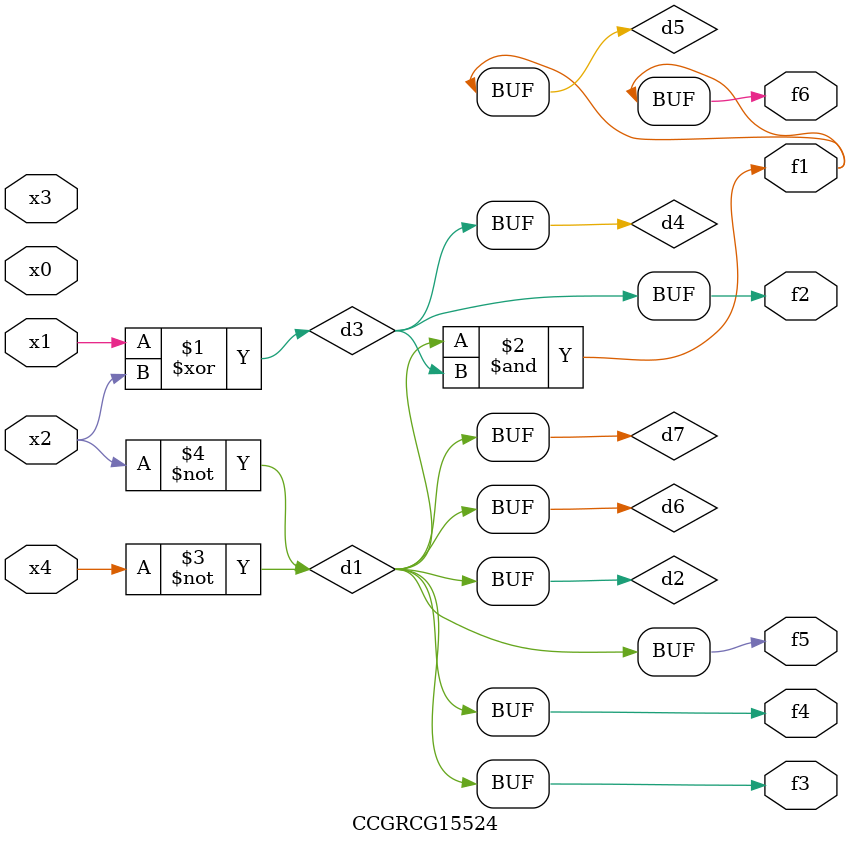
<source format=v>
module CCGRCG15524(
	input x0, x1, x2, x3, x4,
	output f1, f2, f3, f4, f5, f6
);

	wire d1, d2, d3, d4, d5, d6, d7;

	not (d1, x4);
	not (d2, x2);
	xor (d3, x1, x2);
	buf (d4, d3);
	and (d5, d1, d3);
	buf (d6, d1, d2);
	buf (d7, d2);
	assign f1 = d5;
	assign f2 = d4;
	assign f3 = d7;
	assign f4 = d7;
	assign f5 = d7;
	assign f6 = d5;
endmodule

</source>
